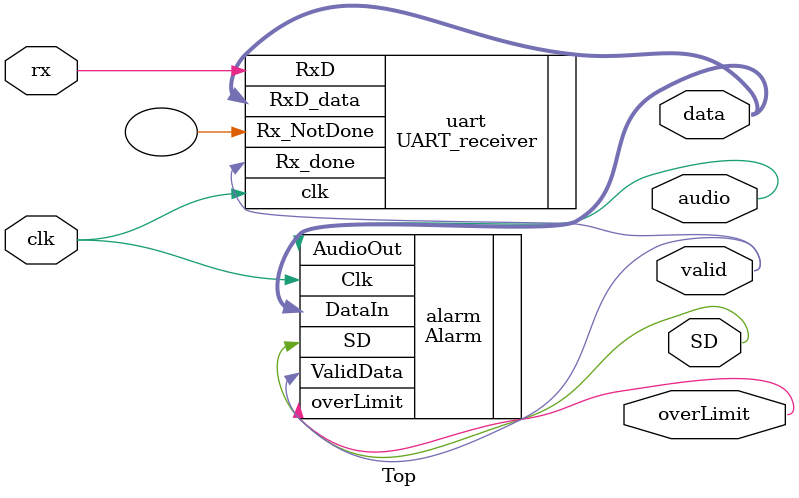
<source format=v>
`timescale 1ns / 1ps


module Top(rx,clk,audio, data, valid, overLimit, SD);

input rx,clk;
output audio;
output [7:0] data;
output valid;
output overLimit;
output SD;




UART_receiver uart(.clk(clk), .RxD(rx), .Rx_done(valid), .RxD_data(data),.Rx_NotDone());
Alarm alarm(.DataIn(data), .ValidData(valid), .AudioOut(audio), .SD(SD) , .Clk(clk), .overLimit(overLimit));


endmodule

</source>
